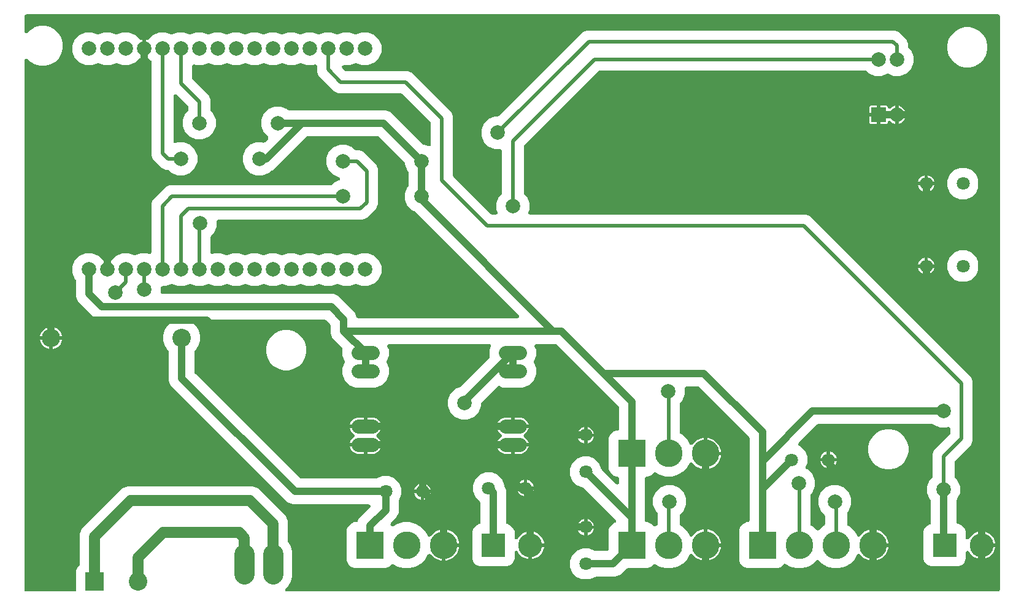
<source format=gbr>
G04 EAGLE Gerber RS-274X export*
G75*
%MOMM*%
%FSLAX34Y34*%
%LPD*%
%INBottom Copper*%
%IPPOS*%
%AMOC8*
5,1,8,0,0,1.08239X$1,22.5*%
G01*
G04 Define Apertures*
%ADD10C,2.800000*%
%ADD11R,3.302000X3.302000*%
%ADD12C,3.302000*%
%ADD13R,3.810000X3.810000*%
%ADD14C,3.810000*%
%ADD15C,1.800000*%
%ADD16R,2.540000X2.540000*%
%ADD17C,2.540000*%
%ADD18C,2.000000*%
%ADD19R,2.000000X2.000000*%
%ADD20C,1.930400*%
%ADD21C,1.016000*%
%ADD22C,0.508000*%
%ADD23C,1.500000*%
G36*
X82751Y12901D02*
X81760Y12700D01*
X15240Y12700D01*
X14324Y12871D01*
X13473Y13416D01*
X12901Y14249D01*
X12700Y15240D01*
X12700Y745994D01*
X12856Y746872D01*
X13388Y747732D01*
X14212Y748317D01*
X15200Y748534D01*
X16193Y748349D01*
X17036Y747790D01*
X20992Y743834D01*
X27308Y740188D01*
X34353Y738300D01*
X41647Y738300D01*
X48692Y740188D01*
X55008Y743834D01*
X60166Y748992D01*
X63812Y755308D01*
X65700Y762353D01*
X65700Y769647D01*
X63812Y776692D01*
X60166Y783008D01*
X55008Y788166D01*
X48692Y791812D01*
X41647Y793700D01*
X34353Y793700D01*
X27308Y791812D01*
X20992Y788166D01*
X17036Y784210D01*
X16305Y783700D01*
X15321Y783467D01*
X14324Y783637D01*
X13473Y784181D01*
X12901Y785015D01*
X12700Y786006D01*
X12700Y806960D01*
X12871Y807876D01*
X13416Y808727D01*
X14249Y809299D01*
X15240Y809500D01*
X1356160Y809500D01*
X1357076Y809329D01*
X1357927Y808784D01*
X1358499Y807951D01*
X1358700Y806960D01*
X1358700Y15240D01*
X1358529Y14324D01*
X1357984Y13473D01*
X1357151Y12901D01*
X1356160Y12700D01*
X375392Y12700D01*
X374514Y12856D01*
X373654Y13388D01*
X373069Y14212D01*
X372852Y15200D01*
X373037Y16193D01*
X373596Y17036D01*
X376965Y20406D01*
X380480Y26494D01*
X382300Y33285D01*
X382300Y68315D01*
X380480Y75106D01*
X376965Y81194D01*
X376544Y81616D01*
X376001Y82421D01*
X375800Y83412D01*
X375800Y110418D01*
X372725Y117842D01*
X335442Y155125D01*
X328018Y158200D01*
X154982Y158200D01*
X147558Y155125D01*
X92575Y100142D01*
X89500Y92718D01*
X89500Y51113D01*
X89314Y50159D01*
X88756Y49317D01*
X86233Y46794D01*
X84300Y42126D01*
X84300Y15240D01*
X84129Y14324D01*
X83584Y13473D01*
X82751Y12901D01*
G37*
%LPC*%
G36*
X1310353Y736300D02*
X1317647Y736300D01*
X1324692Y738188D01*
X1331008Y741834D01*
X1336166Y746992D01*
X1339812Y753308D01*
X1341700Y760353D01*
X1341700Y767647D01*
X1339812Y774692D01*
X1336166Y781008D01*
X1331008Y786166D01*
X1324692Y789812D01*
X1317647Y791700D01*
X1310353Y791700D01*
X1303308Y789812D01*
X1296992Y786166D01*
X1291834Y781008D01*
X1288188Y774692D01*
X1286300Y767647D01*
X1286300Y760353D01*
X1288188Y753308D01*
X1291834Y746992D01*
X1296992Y741834D01*
X1303308Y738188D01*
X1310353Y736300D01*
G37*
G36*
X783084Y29100D02*
X791716Y29100D01*
X799852Y32470D01*
X800370Y32819D01*
X801361Y33020D01*
X828471Y33020D01*
X835005Y35727D01*
X843551Y44272D01*
X844356Y44815D01*
X845347Y45016D01*
X872476Y45016D01*
X877144Y46950D01*
X880414Y50220D01*
X881514Y50866D01*
X882522Y50945D01*
X883480Y50624D01*
X889445Y47180D01*
X897520Y45016D01*
X905880Y45016D01*
X913955Y47180D01*
X921195Y51360D01*
X927106Y57271D01*
X930706Y63506D01*
X931053Y63974D01*
X931878Y64558D01*
X932865Y64775D01*
X933859Y64590D01*
X934702Y64032D01*
X940270Y58463D01*
X948205Y55176D01*
X950000Y55176D01*
X950000Y98356D01*
X948205Y98356D01*
X940270Y95069D01*
X934702Y89501D01*
X934245Y89139D01*
X933297Y88787D01*
X932287Y88833D01*
X931375Y89269D01*
X930706Y90027D01*
X927106Y96261D01*
X921195Y102172D01*
X918210Y103896D01*
X917713Y104271D01*
X917141Y105105D01*
X916940Y106096D01*
X916940Y117785D01*
X917126Y118739D01*
X917684Y119581D01*
X922244Y124142D01*
X925700Y132485D01*
X925700Y141515D01*
X922244Y149859D01*
X915859Y156244D01*
X907515Y159700D01*
X898485Y159700D01*
X890142Y156244D01*
X883756Y149859D01*
X880300Y141515D01*
X880300Y132485D01*
X883756Y124142D01*
X885716Y122181D01*
X886259Y121376D01*
X886460Y120385D01*
X886460Y106096D01*
X886384Y105477D01*
X885947Y104565D01*
X885190Y103896D01*
X883480Y102909D01*
X882251Y102569D01*
X881257Y102754D01*
X880414Y103312D01*
X877144Y106583D01*
X872476Y108516D01*
X871220Y108516D01*
X870304Y108687D01*
X869453Y109232D01*
X868881Y110065D01*
X868680Y111056D01*
X868680Y168910D01*
X868851Y169826D01*
X869396Y170677D01*
X870229Y171249D01*
X871220Y171450D01*
X872476Y171450D01*
X877144Y173383D01*
X880414Y176654D01*
X881514Y177300D01*
X882522Y177379D01*
X883480Y177057D01*
X889445Y173614D01*
X897520Y171450D01*
X905880Y171450D01*
X913955Y173614D01*
X921195Y177794D01*
X927106Y183705D01*
X930706Y189940D01*
X931053Y190407D01*
X931878Y190992D01*
X932865Y191209D01*
X933859Y191024D01*
X934702Y190466D01*
X940270Y184897D01*
X948205Y181610D01*
X950000Y181610D01*
X950000Y224790D01*
X948205Y224790D01*
X940270Y221503D01*
X934702Y215934D01*
X934245Y215572D01*
X933297Y215221D01*
X932287Y215267D01*
X931375Y215703D01*
X930706Y216461D01*
X927106Y222695D01*
X921195Y228606D01*
X918210Y230330D01*
X917713Y230705D01*
X917141Y231539D01*
X916940Y232529D01*
X916940Y271785D01*
X917126Y272739D01*
X917684Y273581D01*
X920244Y276142D01*
X923700Y284485D01*
X923700Y293180D01*
X923871Y294096D01*
X924416Y294947D01*
X925249Y295519D01*
X926240Y295720D01*
X942083Y295720D01*
X943036Y295534D01*
X943879Y294976D01*
X1012576Y226279D01*
X1013119Y225474D01*
X1013320Y224483D01*
X1013320Y111056D01*
X1013149Y110141D01*
X1012604Y109289D01*
X1011771Y108717D01*
X1010780Y108516D01*
X1009524Y108516D01*
X1004856Y106583D01*
X1001283Y103010D01*
X999350Y98342D01*
X999350Y55190D01*
X1001283Y50522D01*
X1004856Y46950D01*
X1009524Y45016D01*
X1052676Y45016D01*
X1057344Y46950D01*
X1060614Y50220D01*
X1061714Y50866D01*
X1062722Y50945D01*
X1063680Y50624D01*
X1069645Y47180D01*
X1077720Y45016D01*
X1086080Y45016D01*
X1094155Y47180D01*
X1101395Y51360D01*
X1105504Y55469D01*
X1106272Y55995D01*
X1107260Y56212D01*
X1108253Y56027D01*
X1109096Y55469D01*
X1113205Y51360D01*
X1120445Y47180D01*
X1128520Y45016D01*
X1136880Y45016D01*
X1144955Y47180D01*
X1152195Y51360D01*
X1158106Y57271D01*
X1161706Y63506D01*
X1162053Y63974D01*
X1162878Y64558D01*
X1163865Y64775D01*
X1164859Y64590D01*
X1165702Y64032D01*
X1171270Y58463D01*
X1179205Y55176D01*
X1181000Y55176D01*
X1181000Y98356D01*
X1179205Y98356D01*
X1171270Y95069D01*
X1165702Y89501D01*
X1165245Y89139D01*
X1164297Y88787D01*
X1163287Y88833D01*
X1162375Y89269D01*
X1161706Y90027D01*
X1158106Y96261D01*
X1152195Y102172D01*
X1149210Y103896D01*
X1148713Y104271D01*
X1148141Y105105D01*
X1147940Y106096D01*
X1147940Y120785D01*
X1148126Y121739D01*
X1148684Y122581D01*
X1150244Y124142D01*
X1153700Y132485D01*
X1153700Y141515D01*
X1150244Y149859D01*
X1143859Y156244D01*
X1135515Y159700D01*
X1126485Y159700D01*
X1118142Y156244D01*
X1111756Y149859D01*
X1108300Y141515D01*
X1108300Y132485D01*
X1111756Y124142D01*
X1116716Y119181D01*
X1117259Y118376D01*
X1117460Y117385D01*
X1117460Y106096D01*
X1117384Y105477D01*
X1116947Y104565D01*
X1116190Y103896D01*
X1113205Y102172D01*
X1109096Y98063D01*
X1108328Y97537D01*
X1107341Y97320D01*
X1106347Y97505D01*
X1105504Y98063D01*
X1101395Y102172D01*
X1098410Y103896D01*
X1097913Y104271D01*
X1097341Y105105D01*
X1097140Y106096D01*
X1097140Y144985D01*
X1097326Y145939D01*
X1097884Y146781D01*
X1100244Y149142D01*
X1103700Y157485D01*
X1103700Y166515D01*
X1100244Y174859D01*
X1093858Y181244D01*
X1092326Y181879D01*
X1091546Y182387D01*
X1090968Y183216D01*
X1090759Y184205D01*
X1090952Y185197D01*
X1093100Y190384D01*
X1093100Y199016D01*
X1089796Y206992D01*
X1083692Y213096D01*
X1082006Y213795D01*
X1081240Y214289D01*
X1080655Y215114D01*
X1080438Y216101D01*
X1080624Y217095D01*
X1081182Y217937D01*
X1106321Y243076D01*
X1107126Y243619D01*
X1108117Y243820D01*
X1265625Y243820D01*
X1266579Y243634D01*
X1267421Y243076D01*
X1268142Y242356D01*
X1276485Y238900D01*
X1285515Y238900D01*
X1287248Y239618D01*
X1288139Y239810D01*
X1289136Y239640D01*
X1289987Y239095D01*
X1290559Y238262D01*
X1290760Y237271D01*
X1290760Y231365D01*
X1290574Y230411D01*
X1290016Y229569D01*
X1268080Y207633D01*
X1265760Y202031D01*
X1265760Y171315D01*
X1265574Y170361D01*
X1265016Y169519D01*
X1261756Y166259D01*
X1258300Y157915D01*
X1258300Y148885D01*
X1261756Y140542D01*
X1262476Y139821D01*
X1263019Y139016D01*
X1263220Y138025D01*
X1263220Y107531D01*
X1263042Y106596D01*
X1262490Y105749D01*
X1261652Y105184D01*
X1258896Y104043D01*
X1255323Y100470D01*
X1253390Y95802D01*
X1253390Y57730D01*
X1255323Y53062D01*
X1258896Y49490D01*
X1263564Y47556D01*
X1301636Y47556D01*
X1306304Y49490D01*
X1309877Y53062D01*
X1311810Y57730D01*
X1311810Y66340D01*
X1311960Y67198D01*
X1312484Y68063D01*
X1313304Y68654D01*
X1314289Y68879D01*
X1315285Y68701D01*
X1316132Y68150D01*
X1316697Y67312D01*
X1317250Y65975D01*
X1322609Y60616D01*
X1329611Y57716D01*
X1330900Y57716D01*
X1330900Y95816D01*
X1329611Y95816D01*
X1322609Y92916D01*
X1317250Y87557D01*
X1316697Y86221D01*
X1316230Y85485D01*
X1315415Y84887D01*
X1314431Y84654D01*
X1313434Y84824D01*
X1312583Y85368D01*
X1312011Y86202D01*
X1311810Y87193D01*
X1311810Y95802D01*
X1309877Y100470D01*
X1306304Y104043D01*
X1301636Y105976D01*
X1301320Y105976D01*
X1300404Y106147D01*
X1299553Y106692D01*
X1298981Y107525D01*
X1298780Y108516D01*
X1298780Y138025D01*
X1298966Y138979D01*
X1299524Y139821D01*
X1300244Y140542D01*
X1303700Y148885D01*
X1303700Y157915D01*
X1300244Y166259D01*
X1296984Y169519D01*
X1296441Y170324D01*
X1296240Y171315D01*
X1296240Y191635D01*
X1296426Y192589D01*
X1296984Y193431D01*
X1318920Y215367D01*
X1321240Y220969D01*
X1321240Y303031D01*
X1318920Y308633D01*
X1096633Y530920D01*
X1091031Y533240D01*
X710704Y533240D01*
X709807Y533404D01*
X708951Y533942D01*
X708373Y534771D01*
X708164Y535760D01*
X708357Y536752D01*
X709666Y539910D01*
X709666Y548941D01*
X706210Y557284D01*
X702950Y560544D01*
X702407Y561350D01*
X702206Y562340D01*
X702206Y627601D01*
X702391Y628554D01*
X702950Y629397D01*
X804669Y731116D01*
X805474Y731659D01*
X806465Y731860D01*
X1173385Y731860D01*
X1174339Y731674D01*
X1175181Y731116D01*
X1178442Y727856D01*
X1186785Y724400D01*
X1195815Y724400D01*
X1203028Y727388D01*
X1203980Y727581D01*
X1204972Y727388D01*
X1212185Y724400D01*
X1221215Y724400D01*
X1229559Y727856D01*
X1235944Y734242D01*
X1239400Y742585D01*
X1239400Y751615D01*
X1235944Y759959D01*
X1232684Y763219D01*
X1232141Y764024D01*
X1231940Y765015D01*
X1231940Y769331D01*
X1229620Y774933D01*
X1219633Y784920D01*
X1214031Y787240D01*
X788969Y787240D01*
X783367Y784920D01*
X667891Y669444D01*
X667086Y668901D01*
X666095Y668700D01*
X661485Y668700D01*
X653142Y665244D01*
X646756Y658859D01*
X643300Y650515D01*
X643300Y641485D01*
X646756Y633142D01*
X653142Y626756D01*
X661485Y623300D01*
X669186Y623300D01*
X670101Y623129D01*
X670953Y622584D01*
X671524Y621751D01*
X671726Y620760D01*
X671726Y562340D01*
X671540Y561387D01*
X670982Y560544D01*
X667722Y557284D01*
X664266Y548941D01*
X664266Y539910D01*
X665574Y536752D01*
X665766Y535861D01*
X665596Y534864D01*
X665052Y534013D01*
X664218Y533441D01*
X663227Y533240D01*
X658365Y533240D01*
X657411Y533426D01*
X656569Y533984D01*
X604984Y585569D01*
X604441Y586374D01*
X604240Y587365D01*
X604240Y669023D01*
X601920Y674624D01*
X547624Y728920D01*
X542023Y731240D01*
X456365Y731240D01*
X455411Y731426D01*
X454569Y731984D01*
X451589Y734964D01*
X451079Y735695D01*
X450846Y736679D01*
X451016Y737676D01*
X451560Y738527D01*
X452394Y739099D01*
X453385Y739300D01*
X461715Y739300D01*
X468928Y742288D01*
X469880Y742481D01*
X470872Y742288D01*
X478085Y739300D01*
X487115Y739300D01*
X495459Y742756D01*
X501844Y749142D01*
X505300Y757485D01*
X505300Y766515D01*
X501844Y774859D01*
X495459Y781244D01*
X487115Y784700D01*
X478085Y784700D01*
X470872Y781712D01*
X469920Y781519D01*
X468928Y781712D01*
X461715Y784700D01*
X452685Y784700D01*
X445472Y781712D01*
X444520Y781519D01*
X443528Y781712D01*
X436315Y784700D01*
X427285Y784700D01*
X420072Y781712D01*
X419120Y781519D01*
X418128Y781712D01*
X410915Y784700D01*
X401885Y784700D01*
X394672Y781712D01*
X393720Y781519D01*
X392728Y781712D01*
X385515Y784700D01*
X376485Y784700D01*
X369272Y781712D01*
X368320Y781519D01*
X367328Y781712D01*
X360115Y784700D01*
X351085Y784700D01*
X343872Y781712D01*
X342920Y781519D01*
X341928Y781712D01*
X334715Y784700D01*
X325685Y784700D01*
X318472Y781712D01*
X317520Y781519D01*
X316528Y781712D01*
X309315Y784700D01*
X300285Y784700D01*
X293072Y781712D01*
X292120Y781519D01*
X291128Y781712D01*
X283915Y784700D01*
X274885Y784700D01*
X267672Y781712D01*
X266720Y781519D01*
X265728Y781712D01*
X258515Y784700D01*
X249485Y784700D01*
X242272Y781712D01*
X241320Y781519D01*
X240328Y781712D01*
X233115Y784700D01*
X224085Y784700D01*
X216872Y781712D01*
X215920Y781519D01*
X214928Y781712D01*
X207715Y784700D01*
X198685Y784700D01*
X190342Y781244D01*
X183858Y774761D01*
X183072Y774226D01*
X182083Y774017D01*
X181090Y774210D01*
X180300Y774538D01*
X180300Y749462D01*
X181090Y749790D01*
X182022Y749983D01*
X183016Y749797D01*
X183858Y749239D01*
X187216Y745881D01*
X187759Y745076D01*
X187960Y744085D01*
X187960Y614769D01*
X190280Y609167D01*
X202367Y597080D01*
X207969Y594760D01*
X210685Y594760D01*
X211639Y594574D01*
X212481Y594016D01*
X215742Y590756D01*
X224085Y587300D01*
X233115Y587300D01*
X241459Y590756D01*
X247844Y597142D01*
X251300Y605485D01*
X251300Y614515D01*
X247844Y622859D01*
X241459Y629244D01*
X233115Y632700D01*
X224085Y632700D01*
X221952Y631817D01*
X221061Y631625D01*
X220064Y631794D01*
X219213Y632339D01*
X218641Y633173D01*
X218440Y634163D01*
X218440Y696875D01*
X218596Y697753D01*
X219128Y698613D01*
X219952Y699198D01*
X220940Y699415D01*
X221933Y699230D01*
X222776Y698671D01*
X238016Y683431D01*
X238559Y682626D01*
X238760Y681635D01*
X238760Y677415D01*
X238574Y676461D01*
X238016Y675619D01*
X234756Y672359D01*
X231300Y664015D01*
X231300Y654985D01*
X234756Y646642D01*
X241142Y640256D01*
X249485Y636800D01*
X258515Y636800D01*
X266859Y640256D01*
X273244Y646642D01*
X276700Y654985D01*
X276700Y664015D01*
X273244Y672359D01*
X269984Y675619D01*
X269441Y676424D01*
X269240Y677415D01*
X269240Y692031D01*
X266920Y697633D01*
X244584Y719969D01*
X244041Y720774D01*
X243840Y721765D01*
X243840Y737837D01*
X244004Y738733D01*
X244542Y739589D01*
X245371Y740168D01*
X246360Y740377D01*
X247352Y740183D01*
X249485Y739300D01*
X258515Y739300D01*
X265728Y742288D01*
X266680Y742481D01*
X267672Y742288D01*
X274885Y739300D01*
X283915Y739300D01*
X291128Y742288D01*
X292080Y742481D01*
X293072Y742288D01*
X300285Y739300D01*
X309315Y739300D01*
X316528Y742288D01*
X317480Y742481D01*
X318472Y742288D01*
X325685Y739300D01*
X334715Y739300D01*
X341928Y742288D01*
X342880Y742481D01*
X343872Y742288D01*
X351085Y739300D01*
X360115Y739300D01*
X367328Y742288D01*
X368280Y742481D01*
X369272Y742288D01*
X376485Y739300D01*
X385515Y739300D01*
X392728Y742288D01*
X393680Y742481D01*
X394672Y742288D01*
X401885Y739300D01*
X410915Y739300D01*
X413048Y740183D01*
X413939Y740375D01*
X414936Y740206D01*
X415787Y739661D01*
X416359Y738827D01*
X416560Y737837D01*
X416560Y730169D01*
X418880Y724567D01*
X440367Y703080D01*
X445969Y700760D01*
X531626Y700760D01*
X532580Y700574D01*
X533422Y700016D01*
X573016Y660422D01*
X573559Y659617D01*
X573760Y658626D01*
X573760Y629921D01*
X573596Y629024D01*
X573058Y628168D01*
X572229Y627590D01*
X571240Y627381D01*
X570248Y627574D01*
X565115Y629700D01*
X564097Y629700D01*
X563144Y629886D01*
X562301Y630444D01*
X518172Y674573D01*
X511637Y677280D01*
X377575Y677280D01*
X376621Y677466D01*
X375779Y678024D01*
X375059Y678744D01*
X366715Y682200D01*
X357685Y682200D01*
X349342Y678744D01*
X342956Y672359D01*
X339500Y664015D01*
X339500Y654985D01*
X342956Y646642D01*
X348680Y640917D01*
X349207Y640149D01*
X349424Y639162D01*
X349239Y638168D01*
X348680Y637325D01*
X344453Y633098D01*
X343666Y632563D01*
X342677Y632354D01*
X341685Y632547D01*
X341315Y632700D01*
X332285Y632700D01*
X323942Y629244D01*
X317556Y622859D01*
X314100Y614515D01*
X314100Y605485D01*
X317556Y597142D01*
X323942Y590756D01*
X332285Y587300D01*
X341315Y587300D01*
X349659Y590756D01*
X351533Y592631D01*
X352357Y593181D01*
X356572Y594927D01*
X402621Y640976D01*
X403426Y641519D01*
X404417Y641720D01*
X499683Y641720D01*
X500636Y641534D01*
X501479Y640976D01*
X537156Y605299D01*
X537699Y604494D01*
X537900Y603503D01*
X537900Y602485D01*
X541356Y594142D01*
X542076Y593421D01*
X542619Y592616D01*
X542820Y591625D01*
X542820Y573375D01*
X542634Y572421D01*
X542076Y571579D01*
X541356Y570859D01*
X537900Y562515D01*
X537900Y553485D01*
X541356Y545142D01*
X547742Y538756D01*
X552008Y536989D01*
X552832Y536438D01*
X694739Y394531D01*
X695249Y393799D01*
X695482Y392816D01*
X695312Y391819D01*
X694768Y390967D01*
X693934Y390396D01*
X692943Y390195D01*
X473587Y390195D01*
X472652Y390373D01*
X471805Y390924D01*
X471240Y391763D01*
X468488Y398407D01*
X446142Y420753D01*
X439607Y423460D01*
X203240Y423460D01*
X202324Y423631D01*
X201473Y424176D01*
X200901Y425009D01*
X200700Y426000D01*
X200700Y431960D01*
X200871Y432876D01*
X201416Y433727D01*
X202249Y434299D01*
X203240Y434500D01*
X207715Y434500D01*
X214928Y437488D01*
X215880Y437681D01*
X216872Y437488D01*
X224085Y434500D01*
X233115Y434500D01*
X240328Y437488D01*
X241280Y437681D01*
X242272Y437488D01*
X249485Y434500D01*
X258515Y434500D01*
X265728Y437488D01*
X266680Y437681D01*
X267672Y437488D01*
X274885Y434500D01*
X283915Y434500D01*
X291128Y437488D01*
X292080Y437681D01*
X293072Y437488D01*
X300285Y434500D01*
X309315Y434500D01*
X316528Y437488D01*
X317480Y437681D01*
X318472Y437488D01*
X325685Y434500D01*
X334715Y434500D01*
X341928Y437488D01*
X342880Y437681D01*
X343872Y437488D01*
X351085Y434500D01*
X360115Y434500D01*
X367328Y437488D01*
X368280Y437681D01*
X369272Y437488D01*
X376485Y434500D01*
X385515Y434500D01*
X392728Y437488D01*
X393680Y437681D01*
X394672Y437488D01*
X401885Y434500D01*
X410915Y434500D01*
X418128Y437488D01*
X419080Y437681D01*
X420072Y437488D01*
X427285Y434500D01*
X436315Y434500D01*
X443528Y437488D01*
X444480Y437681D01*
X445472Y437488D01*
X452685Y434500D01*
X461715Y434500D01*
X468928Y437488D01*
X469880Y437681D01*
X470872Y437488D01*
X478085Y434500D01*
X487115Y434500D01*
X495459Y437956D01*
X501844Y444342D01*
X505300Y452685D01*
X505300Y461715D01*
X501844Y470059D01*
X495459Y476444D01*
X487115Y479900D01*
X478085Y479900D01*
X470872Y476912D01*
X469920Y476719D01*
X468928Y476912D01*
X461715Y479900D01*
X452685Y479900D01*
X445472Y476912D01*
X444520Y476719D01*
X443528Y476912D01*
X436315Y479900D01*
X427285Y479900D01*
X420072Y476912D01*
X419120Y476719D01*
X418128Y476912D01*
X410915Y479900D01*
X401885Y479900D01*
X394672Y476912D01*
X393720Y476719D01*
X392728Y476912D01*
X385515Y479900D01*
X376485Y479900D01*
X369272Y476912D01*
X368320Y476719D01*
X367328Y476912D01*
X360115Y479900D01*
X351085Y479900D01*
X343872Y476912D01*
X342920Y476719D01*
X341928Y476912D01*
X334715Y479900D01*
X325685Y479900D01*
X318472Y476912D01*
X317520Y476719D01*
X316528Y476912D01*
X309315Y479900D01*
X300285Y479900D01*
X293072Y476912D01*
X292120Y476719D01*
X291128Y476912D01*
X283915Y479900D01*
X274885Y479900D01*
X272752Y479017D01*
X271861Y478825D01*
X270864Y478994D01*
X270013Y479539D01*
X269441Y480373D01*
X269240Y481363D01*
X269240Y501810D01*
X269426Y502763D01*
X269984Y503606D01*
X274440Y508062D01*
X277896Y516405D01*
X277896Y523680D01*
X278066Y524596D01*
X278611Y525447D01*
X279445Y526019D01*
X280436Y526220D01*
X479491Y526220D01*
X485093Y528540D01*
X497920Y541367D01*
X500240Y546969D01*
X500240Y596431D01*
X497920Y602033D01*
X480033Y619920D01*
X474431Y622240D01*
X470315Y622240D01*
X469361Y622426D01*
X468519Y622984D01*
X465259Y626244D01*
X456915Y629700D01*
X447885Y629700D01*
X439542Y626244D01*
X433156Y619859D01*
X429700Y611515D01*
X429700Y602485D01*
X433156Y594142D01*
X439542Y587756D01*
X446565Y584847D01*
X447316Y584366D01*
X447907Y583546D01*
X448132Y582561D01*
X447955Y581566D01*
X447403Y580718D01*
X446565Y580153D01*
X439542Y577244D01*
X436281Y573984D01*
X435476Y573441D01*
X434485Y573240D01*
X212969Y573240D01*
X207367Y570920D01*
X190080Y553633D01*
X187760Y548031D01*
X187760Y481446D01*
X187596Y480549D01*
X187058Y479694D01*
X186229Y479115D01*
X185240Y478906D01*
X184248Y479099D01*
X182315Y479900D01*
X173285Y479900D01*
X166072Y476912D01*
X165120Y476719D01*
X164128Y476912D01*
X156915Y479900D01*
X147885Y479900D01*
X139542Y476444D01*
X133058Y469961D01*
X132272Y469426D01*
X131283Y469217D01*
X130290Y469410D01*
X129500Y469738D01*
X129500Y454700D01*
X124500Y454700D01*
X124500Y469738D01*
X123710Y469410D01*
X122778Y469217D01*
X121784Y469403D01*
X120942Y469961D01*
X114459Y476444D01*
X106115Y479900D01*
X97085Y479900D01*
X88742Y476444D01*
X82356Y470059D01*
X78900Y461715D01*
X78900Y452685D01*
X82356Y444342D01*
X83076Y443621D01*
X83619Y442816D01*
X83820Y441825D01*
X83820Y419880D01*
X86527Y413345D01*
X109265Y390607D01*
X115800Y387900D01*
X212722Y387900D01*
X213261Y387842D01*
X214187Y387435D01*
X214880Y386699D01*
X215232Y385752D01*
X215185Y384742D01*
X214749Y383830D01*
X214337Y383465D01*
X214341Y383462D01*
X209375Y378496D01*
X206031Y372704D01*
X204300Y366244D01*
X204300Y359556D01*
X206031Y353096D01*
X209375Y347304D01*
X211176Y345503D01*
X211719Y344698D01*
X211920Y343707D01*
X211920Y303763D01*
X214627Y297228D01*
X376128Y135727D01*
X382663Y133020D01*
X487743Y133020D01*
X488621Y132864D01*
X489481Y132332D01*
X490066Y131508D01*
X490283Y130521D01*
X490098Y129527D01*
X489539Y128684D01*
X474486Y113630D01*
X473017Y110084D01*
X472494Y109289D01*
X471661Y108717D01*
X470670Y108516D01*
X467983Y108516D01*
X463315Y106583D01*
X459742Y103010D01*
X457809Y98342D01*
X457809Y55190D01*
X459742Y50522D01*
X463315Y46950D01*
X467983Y45016D01*
X511135Y45016D01*
X515803Y46950D01*
X519073Y50220D01*
X520173Y50866D01*
X521180Y50945D01*
X522139Y50624D01*
X528104Y47180D01*
X536179Y45016D01*
X544539Y45016D01*
X552614Y47180D01*
X559854Y51360D01*
X565765Y57271D01*
X569364Y63506D01*
X569712Y63974D01*
X570536Y64558D01*
X571524Y64775D01*
X572517Y64590D01*
X573360Y64032D01*
X578929Y58463D01*
X586864Y55176D01*
X588659Y55176D01*
X588659Y98356D01*
X586864Y98356D01*
X578929Y95069D01*
X573360Y89501D01*
X572904Y89139D01*
X571956Y88787D01*
X570946Y88833D01*
X570034Y89269D01*
X569364Y90027D01*
X565765Y96261D01*
X559854Y102172D01*
X552614Y106352D01*
X544539Y108516D01*
X536179Y108516D01*
X528104Y106352D01*
X522139Y102909D01*
X520910Y102569D01*
X519916Y102754D01*
X519073Y103312D01*
X518561Y103824D01*
X518034Y104592D01*
X517817Y105580D01*
X518003Y106574D01*
X518561Y107416D01*
X526273Y115128D01*
X528980Y121663D01*
X528980Y136839D01*
X529166Y137793D01*
X529525Y138335D01*
X532900Y146484D01*
X532900Y155116D01*
X529596Y163092D01*
X523492Y169196D01*
X515516Y172500D01*
X506884Y172500D01*
X498748Y169130D01*
X498230Y168781D01*
X497239Y168580D01*
X394617Y168580D01*
X393664Y168766D01*
X392821Y169324D01*
X248224Y313921D01*
X247681Y314726D01*
X247480Y315717D01*
X247480Y343707D01*
X247666Y344660D01*
X248224Y345503D01*
X250025Y347304D01*
X253369Y353096D01*
X255100Y359556D01*
X255100Y366244D01*
X253369Y372704D01*
X250025Y378496D01*
X245232Y383289D01*
X244970Y383480D01*
X244372Y384295D01*
X244139Y385279D01*
X244309Y386276D01*
X244854Y387127D01*
X245687Y387699D01*
X246678Y387900D01*
X427654Y387900D01*
X428607Y387714D01*
X429450Y387156D01*
X434891Y381715D01*
X435433Y380910D01*
X435635Y379919D01*
X435635Y368878D01*
X438341Y362343D01*
X451007Y349678D01*
X451542Y348891D01*
X451751Y347902D01*
X451557Y346910D01*
X451500Y346771D01*
X451500Y337879D01*
X454516Y330597D01*
X454710Y329645D01*
X454516Y328653D01*
X451500Y321371D01*
X451500Y312479D01*
X454903Y304264D01*
X461191Y297976D01*
X469406Y294573D01*
X497602Y294573D01*
X505817Y297976D01*
X512105Y304264D01*
X515508Y312479D01*
X515508Y321371D01*
X512492Y328653D01*
X512298Y329605D01*
X512492Y330597D01*
X515508Y337879D01*
X515508Y346771D01*
X513706Y351123D01*
X513514Y352014D01*
X513683Y353010D01*
X514228Y353862D01*
X515062Y354433D01*
X516052Y354635D01*
X654156Y354635D01*
X655052Y354471D01*
X655908Y353933D01*
X656487Y353104D01*
X656696Y352115D01*
X656502Y351123D01*
X654700Y346771D01*
X654700Y337879D01*
X654757Y337741D01*
X654950Y336809D01*
X654765Y335815D01*
X654207Y334973D01*
X614902Y295668D01*
X614078Y295117D01*
X607142Y292244D01*
X600756Y285859D01*
X597300Y277515D01*
X597300Y268485D01*
X600756Y260142D01*
X607142Y253756D01*
X615485Y250300D01*
X624515Y250300D01*
X632859Y253756D01*
X639244Y260142D01*
X642700Y268485D01*
X642700Y272124D01*
X642886Y273078D01*
X643444Y273920D01*
X665389Y295865D01*
X666176Y296400D01*
X667165Y296609D01*
X668157Y296416D01*
X672606Y294573D01*
X700802Y294573D01*
X709017Y297976D01*
X715305Y304264D01*
X718708Y312479D01*
X718708Y321371D01*
X715692Y328653D01*
X715498Y329605D01*
X715692Y330597D01*
X718708Y337879D01*
X718708Y346771D01*
X716906Y351123D01*
X716714Y352014D01*
X716883Y353010D01*
X717428Y353862D01*
X718262Y354433D01*
X719252Y354635D01*
X745169Y354635D01*
X746122Y354449D01*
X746965Y353891D01*
X832376Y268479D01*
X832919Y267674D01*
X833120Y266683D01*
X833120Y237490D01*
X832949Y236574D01*
X832404Y235723D01*
X831571Y235151D01*
X830580Y234950D01*
X829324Y234950D01*
X824656Y233017D01*
X821083Y229444D01*
X819150Y224776D01*
X819150Y181624D01*
X821083Y176956D01*
X824656Y173383D01*
X829324Y171450D01*
X830580Y171450D01*
X831496Y171279D01*
X832347Y170734D01*
X832919Y169901D01*
X833120Y168910D01*
X833120Y163357D01*
X832964Y162479D01*
X832432Y161619D01*
X831608Y161034D01*
X830621Y160817D01*
X829627Y161003D01*
X828784Y161561D01*
X809844Y180501D01*
X809301Y181306D01*
X809172Y181943D01*
X805796Y190092D01*
X799692Y196196D01*
X791716Y199500D01*
X783084Y199500D01*
X775108Y196196D01*
X769004Y190092D01*
X765700Y182116D01*
X765700Y173484D01*
X769004Y165508D01*
X775108Y159404D01*
X783244Y156034D01*
X783856Y155914D01*
X784699Y155356D01*
X828202Y111853D01*
X828721Y111103D01*
X828946Y110118D01*
X828768Y109122D01*
X828217Y108275D01*
X827378Y107710D01*
X824656Y106583D01*
X821083Y103010D01*
X819150Y98342D01*
X819150Y71213D01*
X818964Y70260D01*
X818406Y69417D01*
X818313Y69324D01*
X817508Y68781D01*
X816517Y68580D01*
X801361Y68580D01*
X800407Y68766D01*
X799866Y69125D01*
X791716Y72500D01*
X783084Y72500D01*
X775108Y69196D01*
X769004Y63092D01*
X765700Y55116D01*
X765700Y46484D01*
X769004Y38508D01*
X775108Y32404D01*
X783084Y29100D01*
G37*
G36*
X97085Y739300D02*
X106115Y739300D01*
X113328Y742288D01*
X114280Y742481D01*
X115272Y742288D01*
X122485Y739300D01*
X131515Y739300D01*
X138728Y742288D01*
X139680Y742481D01*
X140672Y742288D01*
X147885Y739300D01*
X156915Y739300D01*
X165259Y742756D01*
X171742Y749239D01*
X172528Y749774D01*
X173518Y749983D01*
X174510Y749790D01*
X175300Y749462D01*
X175300Y774538D01*
X174510Y774210D01*
X173578Y774017D01*
X172584Y774203D01*
X171742Y774761D01*
X165259Y781244D01*
X156915Y784700D01*
X147885Y784700D01*
X140672Y781712D01*
X139720Y781519D01*
X138728Y781712D01*
X131515Y784700D01*
X122485Y784700D01*
X115272Y781712D01*
X114320Y781519D01*
X113328Y781712D01*
X106115Y784700D01*
X97085Y784700D01*
X88742Y781244D01*
X82356Y774859D01*
X78900Y766515D01*
X78900Y757485D01*
X82356Y749142D01*
X88742Y742756D01*
X97085Y739300D01*
G37*
G36*
X1193800Y658360D02*
X1202352Y658360D01*
X1203840Y659848D01*
X1203840Y659894D01*
X1203996Y660771D01*
X1204528Y661632D01*
X1205352Y662216D01*
X1206340Y662433D01*
X1207333Y662248D01*
X1208176Y661690D01*
X1209597Y660269D01*
X1214200Y658362D01*
X1214200Y683438D01*
X1209597Y681531D01*
X1208176Y680110D01*
X1207445Y679600D01*
X1206461Y679368D01*
X1205464Y679537D01*
X1204613Y680082D01*
X1204041Y680916D01*
X1203840Y681906D01*
X1203840Y681952D01*
X1202352Y683440D01*
X1193800Y683440D01*
X1193800Y658360D01*
G37*
G36*
X1178760Y673400D02*
X1188800Y673400D01*
X1188800Y683440D01*
X1180248Y683440D01*
X1178760Y681952D01*
X1178760Y673400D01*
G37*
G36*
X1219200Y673400D02*
X1229238Y673400D01*
X1227331Y678003D01*
X1223803Y681531D01*
X1219200Y683438D01*
X1219200Y673400D01*
G37*
G36*
X1219200Y668400D02*
X1219200Y658362D01*
X1223803Y660269D01*
X1227331Y663797D01*
X1229238Y668400D01*
X1219200Y668400D01*
G37*
G36*
X1180248Y658360D02*
X1188800Y658360D01*
X1188800Y668400D01*
X1178760Y668400D01*
X1178760Y659848D01*
X1180248Y658360D01*
G37*
G36*
X1303584Y554300D02*
X1312216Y554300D01*
X1320192Y557604D01*
X1326296Y563708D01*
X1329600Y571684D01*
X1329600Y580316D01*
X1326296Y588292D01*
X1320192Y594396D01*
X1312216Y597700D01*
X1303584Y597700D01*
X1295608Y594396D01*
X1289504Y588292D01*
X1286200Y580316D01*
X1286200Y571684D01*
X1289504Y563708D01*
X1295608Y557604D01*
X1303584Y554300D01*
G37*
G36*
X1259600Y578500D02*
X1268555Y578500D01*
X1266883Y582537D01*
X1263637Y585783D01*
X1259600Y587455D01*
X1259600Y578500D01*
G37*
G36*
X1245645Y578500D02*
X1254600Y578500D01*
X1254600Y587455D01*
X1250563Y585783D01*
X1247317Y582537D01*
X1245645Y578500D01*
G37*
G36*
X1259600Y573500D02*
X1259600Y564545D01*
X1263637Y566217D01*
X1266883Y569463D01*
X1268555Y573500D01*
X1259600Y573500D01*
G37*
G36*
X1250563Y566217D02*
X1254600Y564545D01*
X1254600Y573500D01*
X1245645Y573500D01*
X1247317Y569463D01*
X1250563Y566217D01*
G37*
G36*
X1303584Y440300D02*
X1312216Y440300D01*
X1320192Y443604D01*
X1326296Y449708D01*
X1329600Y457684D01*
X1329600Y466316D01*
X1326296Y474292D01*
X1320192Y480396D01*
X1312216Y483700D01*
X1303584Y483700D01*
X1295608Y480396D01*
X1289504Y474292D01*
X1286200Y466316D01*
X1286200Y457684D01*
X1289504Y449708D01*
X1295608Y443604D01*
X1303584Y440300D01*
G37*
G36*
X1245645Y464500D02*
X1254600Y464500D01*
X1254600Y473455D01*
X1250563Y471783D01*
X1247317Y468537D01*
X1245645Y464500D01*
G37*
G36*
X1259600Y464500D02*
X1268555Y464500D01*
X1266883Y468537D01*
X1263637Y471783D01*
X1259600Y473455D01*
X1259600Y464500D01*
G37*
G36*
X1250563Y452217D02*
X1254600Y450545D01*
X1254600Y459500D01*
X1245645Y459500D01*
X1247317Y455463D01*
X1250563Y452217D01*
G37*
G36*
X1259600Y459500D02*
X1259600Y450545D01*
X1263637Y452217D01*
X1266883Y455463D01*
X1268555Y459500D01*
X1259600Y459500D01*
G37*
G36*
X34460Y365400D02*
X47200Y365400D01*
X47200Y378140D01*
X46669Y378140D01*
X41067Y375820D01*
X36780Y371533D01*
X34460Y365931D01*
X34460Y365400D01*
G37*
G36*
X52200Y365400D02*
X64940Y365400D01*
X64940Y365931D01*
X62620Y371533D01*
X58333Y375820D01*
X52731Y378140D01*
X52200Y378140D01*
X52200Y365400D01*
G37*
G36*
X370353Y318300D02*
X377647Y318300D01*
X384692Y320188D01*
X391008Y323834D01*
X396166Y328992D01*
X399812Y335308D01*
X401700Y342353D01*
X401700Y349647D01*
X399812Y356692D01*
X396166Y363008D01*
X391008Y368166D01*
X384692Y371812D01*
X377647Y373700D01*
X370353Y373700D01*
X363308Y371812D01*
X356992Y368166D01*
X351834Y363008D01*
X348188Y356692D01*
X346300Y349647D01*
X346300Y342353D01*
X348188Y335308D01*
X351834Y328992D01*
X356992Y323834D01*
X363308Y320188D01*
X370353Y318300D01*
G37*
G36*
X46669Y347660D02*
X47200Y347660D01*
X47200Y360400D01*
X34460Y360400D01*
X34460Y359869D01*
X36780Y354267D01*
X41067Y349980D01*
X46669Y347660D01*
G37*
G36*
X52200Y347660D02*
X52731Y347660D01*
X58333Y349980D01*
X62620Y354267D01*
X64940Y359869D01*
X64940Y360400D01*
X52200Y360400D01*
X52200Y347660D01*
G37*
G36*
X486004Y243225D02*
X505317Y243225D01*
X503492Y247631D01*
X500062Y251061D01*
X495581Y252917D01*
X486004Y252917D01*
X486004Y243225D01*
G37*
G36*
X689204Y243225D02*
X708517Y243225D01*
X706692Y247631D01*
X703262Y251061D01*
X698781Y252917D01*
X689204Y252917D01*
X689204Y243225D01*
G37*
G36*
X664891Y243225D02*
X684204Y243225D01*
X684204Y252917D01*
X674627Y252917D01*
X670146Y251061D01*
X666716Y247631D01*
X664891Y243225D01*
G37*
G36*
X461691Y243225D02*
X481004Y243225D01*
X481004Y252917D01*
X471427Y252917D01*
X466946Y251061D01*
X463516Y247631D01*
X461691Y243225D01*
G37*
G36*
X775945Y231100D02*
X784900Y231100D01*
X784900Y240055D01*
X780863Y238383D01*
X777617Y235137D01*
X775945Y231100D01*
G37*
G36*
X789900Y231100D02*
X798855Y231100D01*
X797183Y235137D01*
X793937Y238383D01*
X789900Y240055D01*
X789900Y231100D01*
G37*
G36*
X664891Y217825D02*
X708517Y217825D01*
X706692Y222231D01*
X703262Y225661D01*
X703220Y225678D01*
X702469Y226159D01*
X701878Y226979D01*
X701653Y227964D01*
X701830Y228960D01*
X702382Y229807D01*
X703220Y230372D01*
X703262Y230389D01*
X706692Y233819D01*
X708517Y238225D01*
X664891Y238225D01*
X666716Y233819D01*
X670146Y230389D01*
X670188Y230372D01*
X670939Y229891D01*
X671530Y229071D01*
X671755Y228086D01*
X671578Y227091D01*
X671026Y226243D01*
X670188Y225678D01*
X670146Y225661D01*
X666716Y222231D01*
X664891Y217825D01*
G37*
G36*
X461691Y217825D02*
X505317Y217825D01*
X503492Y222231D01*
X500062Y225661D01*
X500020Y225678D01*
X499269Y226159D01*
X498678Y226979D01*
X498453Y227964D01*
X498630Y228960D01*
X499182Y229807D01*
X500020Y230372D01*
X500062Y230389D01*
X503492Y233819D01*
X505317Y238225D01*
X461691Y238225D01*
X463516Y233819D01*
X466946Y230389D01*
X466988Y230372D01*
X467739Y229891D01*
X468330Y229071D01*
X468555Y228086D01*
X468378Y227091D01*
X467826Y226243D01*
X466988Y225678D01*
X466946Y225661D01*
X463516Y222231D01*
X461691Y217825D01*
G37*
G36*
X1201353Y181300D02*
X1208647Y181300D01*
X1215692Y183188D01*
X1222008Y186834D01*
X1227166Y191992D01*
X1230812Y198308D01*
X1232700Y205353D01*
X1232700Y212647D01*
X1230812Y219692D01*
X1227166Y226008D01*
X1222008Y231166D01*
X1215692Y234812D01*
X1208647Y236700D01*
X1201353Y236700D01*
X1194308Y234812D01*
X1187992Y231166D01*
X1182834Y226008D01*
X1179188Y219692D01*
X1177300Y212647D01*
X1177300Y205353D01*
X1179188Y198308D01*
X1182834Y191992D01*
X1187992Y186834D01*
X1194308Y183188D01*
X1201353Y181300D01*
G37*
G36*
X789900Y226100D02*
X789900Y217145D01*
X793937Y218817D01*
X797183Y222063D01*
X798855Y226100D01*
X789900Y226100D01*
G37*
G36*
X780863Y218817D02*
X784900Y217145D01*
X784900Y226100D01*
X775945Y226100D01*
X777617Y222063D01*
X780863Y218817D01*
G37*
G36*
X955000Y205700D02*
X974090Y205700D01*
X974090Y207495D01*
X970803Y215430D01*
X964730Y221503D01*
X956795Y224790D01*
X955000Y224790D01*
X955000Y205700D01*
G37*
G36*
X689204Y203133D02*
X698781Y203133D01*
X703262Y204989D01*
X706692Y208419D01*
X708517Y212825D01*
X689204Y212825D01*
X689204Y203133D01*
G37*
G36*
X674627Y203133D02*
X684204Y203133D01*
X684204Y212825D01*
X664891Y212825D01*
X666716Y208419D01*
X670146Y204989D01*
X674627Y203133D01*
G37*
G36*
X471427Y203133D02*
X481004Y203133D01*
X481004Y212825D01*
X461691Y212825D01*
X463516Y208419D01*
X466946Y204989D01*
X471427Y203133D01*
G37*
G36*
X486004Y203133D02*
X495581Y203133D01*
X500062Y204989D01*
X503492Y208419D01*
X505317Y212825D01*
X486004Y212825D01*
X486004Y203133D01*
G37*
G36*
X1124700Y197200D02*
X1133655Y197200D01*
X1131983Y201237D01*
X1128737Y204483D01*
X1124700Y206155D01*
X1124700Y197200D01*
G37*
G36*
X1110745Y197200D02*
X1119700Y197200D01*
X1119700Y206155D01*
X1115663Y204483D01*
X1112417Y201237D01*
X1110745Y197200D01*
G37*
G36*
X955000Y181610D02*
X956795Y181610D01*
X964730Y184897D01*
X970803Y190970D01*
X974090Y198905D01*
X974090Y200700D01*
X955000Y200700D01*
X955000Y181610D01*
G37*
G36*
X1115663Y184917D02*
X1119700Y183245D01*
X1119700Y192200D01*
X1110745Y192200D01*
X1112417Y188163D01*
X1115663Y184917D01*
G37*
G36*
X1124700Y192200D02*
X1124700Y183245D01*
X1128737Y184917D01*
X1131983Y188163D01*
X1133655Y192200D01*
X1124700Y192200D01*
G37*
G36*
X640764Y47556D02*
X678836Y47556D01*
X683504Y49490D01*
X687077Y53062D01*
X689010Y57730D01*
X689010Y66340D01*
X689160Y67198D01*
X689684Y68063D01*
X690504Y68654D01*
X691489Y68879D01*
X692485Y68701D01*
X693332Y68150D01*
X693897Y67312D01*
X694450Y65975D01*
X699809Y60616D01*
X706811Y57716D01*
X708100Y57716D01*
X708100Y95816D01*
X706811Y95816D01*
X699809Y92916D01*
X694450Y87557D01*
X693897Y86221D01*
X693430Y85485D01*
X692615Y84887D01*
X691631Y84654D01*
X690634Y84824D01*
X689783Y85368D01*
X689211Y86202D01*
X689010Y87193D01*
X689010Y95802D01*
X687077Y100470D01*
X683504Y104043D01*
X679148Y105847D01*
X678353Y106369D01*
X677781Y107203D01*
X677580Y108194D01*
X677580Y152737D01*
X675293Y158257D01*
X675100Y159229D01*
X675100Y159916D01*
X671796Y167892D01*
X665692Y173996D01*
X657716Y177300D01*
X649084Y177300D01*
X641108Y173996D01*
X635004Y167892D01*
X631700Y159916D01*
X631700Y151284D01*
X635004Y143308D01*
X641276Y137036D01*
X641819Y136230D01*
X642020Y135239D01*
X642020Y108194D01*
X641842Y107259D01*
X641290Y106412D01*
X640452Y105847D01*
X636096Y104043D01*
X632523Y100470D01*
X630590Y95802D01*
X630590Y57730D01*
X632523Y53062D01*
X636096Y49490D01*
X640764Y47556D01*
G37*
G36*
X706700Y158100D02*
X715655Y158100D01*
X713983Y162137D01*
X710737Y165383D01*
X706700Y167055D01*
X706700Y158100D01*
G37*
G36*
X692745Y158100D02*
X701700Y158100D01*
X701700Y167055D01*
X697663Y165383D01*
X694417Y162137D01*
X692745Y158100D01*
G37*
G36*
X564500Y153300D02*
X573455Y153300D01*
X571783Y157337D01*
X568537Y160583D01*
X564500Y162255D01*
X564500Y153300D01*
G37*
G36*
X550545Y153300D02*
X559500Y153300D01*
X559500Y162255D01*
X555463Y160583D01*
X552217Y157337D01*
X550545Y153300D01*
G37*
G36*
X697663Y145817D02*
X701700Y144145D01*
X701700Y153100D01*
X692745Y153100D01*
X694417Y149063D01*
X697663Y145817D01*
G37*
G36*
X706700Y153100D02*
X706700Y144145D01*
X710737Y145817D01*
X713983Y149063D01*
X715655Y153100D01*
X706700Y153100D01*
G37*
G36*
X555463Y141017D02*
X559500Y139345D01*
X559500Y148300D01*
X550545Y148300D01*
X552217Y144263D01*
X555463Y141017D01*
G37*
G36*
X564500Y148300D02*
X564500Y139345D01*
X568537Y141017D01*
X571783Y144263D01*
X573455Y148300D01*
X564500Y148300D01*
G37*
G36*
X789900Y104100D02*
X798855Y104100D01*
X797183Y108137D01*
X793937Y111383D01*
X789900Y113055D01*
X789900Y104100D01*
G37*
G36*
X775945Y104100D02*
X784900Y104100D01*
X784900Y113055D01*
X780863Y111383D01*
X777617Y108137D01*
X775945Y104100D01*
G37*
G36*
X789900Y99100D02*
X789900Y90145D01*
X793937Y91817D01*
X797183Y95063D01*
X798855Y99100D01*
X789900Y99100D01*
G37*
G36*
X780863Y91817D02*
X784900Y90145D01*
X784900Y99100D01*
X775945Y99100D01*
X777617Y95063D01*
X780863Y91817D01*
G37*
G36*
X955000Y79266D02*
X974090Y79266D01*
X974090Y81061D01*
X970803Y88996D01*
X964730Y95069D01*
X956795Y98356D01*
X955000Y98356D01*
X955000Y79266D01*
G37*
G36*
X593659Y79266D02*
X612749Y79266D01*
X612749Y81061D01*
X609462Y88996D01*
X603388Y95069D01*
X595453Y98356D01*
X593659Y98356D01*
X593659Y79266D01*
G37*
G36*
X1186000Y79266D02*
X1205090Y79266D01*
X1205090Y81061D01*
X1201803Y88996D01*
X1195730Y95069D01*
X1187795Y98356D01*
X1186000Y98356D01*
X1186000Y79266D01*
G37*
G36*
X1335900Y79266D02*
X1352450Y79266D01*
X1352450Y80555D01*
X1349550Y87557D01*
X1344191Y92916D01*
X1337189Y95816D01*
X1335900Y95816D01*
X1335900Y79266D01*
G37*
G36*
X713100Y79266D02*
X729650Y79266D01*
X729650Y80555D01*
X726750Y87557D01*
X721391Y92916D01*
X714389Y95816D01*
X713100Y95816D01*
X713100Y79266D01*
G37*
G36*
X1335900Y57716D02*
X1337189Y57716D01*
X1344191Y60616D01*
X1349550Y65975D01*
X1352450Y72977D01*
X1352450Y74266D01*
X1335900Y74266D01*
X1335900Y57716D01*
G37*
G36*
X1186000Y55176D02*
X1187795Y55176D01*
X1195730Y58463D01*
X1201803Y64536D01*
X1205090Y72472D01*
X1205090Y74266D01*
X1186000Y74266D01*
X1186000Y55176D01*
G37*
G36*
X955000Y55176D02*
X956795Y55176D01*
X964730Y58463D01*
X970803Y64536D01*
X974090Y72472D01*
X974090Y74266D01*
X955000Y74266D01*
X955000Y55176D01*
G37*
G36*
X713100Y57716D02*
X714389Y57716D01*
X721391Y60616D01*
X726750Y65975D01*
X729650Y72977D01*
X729650Y74266D01*
X713100Y74266D01*
X713100Y57716D01*
G37*
G36*
X593659Y55176D02*
X595453Y55176D01*
X603388Y58463D01*
X609462Y64536D01*
X612749Y72472D01*
X612749Y74266D01*
X593659Y74266D01*
X593659Y55176D01*
G37*
%LPD*%
D10*
X355600Y64800D02*
X355600Y36800D01*
X316000Y36800D02*
X316000Y64800D01*
D11*
X659800Y76766D03*
D12*
X710600Y76766D03*
D13*
X489559Y76766D03*
D14*
X540359Y76766D03*
X591159Y76766D03*
D15*
X1122200Y194700D03*
X1071400Y194700D03*
X787400Y228600D03*
X787400Y177800D03*
X787400Y101600D03*
X787400Y50800D03*
X653400Y155600D03*
X704200Y155600D03*
X562000Y150800D03*
X511200Y150800D03*
D13*
X850900Y76766D03*
D14*
X901700Y76766D03*
X952500Y76766D03*
D13*
X850900Y203200D03*
D14*
X901700Y203200D03*
X952500Y203200D03*
D16*
X109700Y26900D03*
D17*
X169700Y26900D03*
X49700Y362900D03*
X229700Y362900D03*
D18*
X254000Y659500D03*
X362200Y659500D03*
X228600Y610000D03*
X336800Y610000D03*
D13*
X1031100Y76766D03*
D14*
X1081900Y76766D03*
X1132700Y76766D03*
X1183500Y76766D03*
D18*
X101600Y457200D03*
X127000Y457200D03*
X152400Y457200D03*
X177800Y457200D03*
X203200Y457200D03*
X228600Y457200D03*
X254000Y457200D03*
X279400Y457200D03*
X304800Y457200D03*
X330200Y457200D03*
X355600Y457200D03*
X381000Y457200D03*
X406400Y457200D03*
X431800Y457200D03*
X457200Y457200D03*
X482600Y457200D03*
X101600Y762000D03*
X127000Y762000D03*
X152400Y762000D03*
X177800Y762000D03*
X203200Y762000D03*
X228600Y762000D03*
X254000Y762000D03*
X279400Y762000D03*
X304800Y762000D03*
X330200Y762000D03*
X355600Y762000D03*
X381000Y762000D03*
X406400Y762000D03*
X431800Y762000D03*
X457200Y762000D03*
X482600Y762000D03*
D19*
X1191300Y670900D03*
D18*
X1191300Y747100D03*
X1216700Y670900D03*
X1216700Y747100D03*
X452400Y558000D03*
X560600Y558000D03*
X452400Y607000D03*
X560600Y607000D03*
D20*
X677052Y342325D02*
X696356Y342325D01*
X696356Y316925D02*
X677052Y316925D01*
X677052Y240725D02*
X696356Y240725D01*
X696356Y215325D02*
X677052Y215325D01*
X493156Y342325D02*
X473852Y342325D01*
X473852Y316925D02*
X493156Y316925D01*
X493156Y240725D02*
X473852Y240725D01*
X473852Y215325D02*
X493156Y215325D01*
D15*
X1257100Y576000D03*
X1307900Y576000D03*
X1257100Y462000D03*
X1307900Y462000D03*
D11*
X1282600Y76766D03*
D12*
X1333400Y76766D03*
D18*
X1281000Y153400D03*
X1281000Y261600D03*
D21*
X483504Y342325D02*
X453415Y372415D01*
X483504Y342325D02*
X483504Y316925D01*
X824934Y50800D02*
X850900Y76766D01*
X824934Y50800D02*
X787400Y50800D01*
X850900Y76766D02*
X850900Y114300D01*
X850900Y203200D01*
X787400Y177800D02*
X850900Y114300D01*
X742000Y372415D02*
X453415Y372415D01*
X742000Y372415D02*
X753585Y372415D01*
X812500Y313500D01*
X850900Y275100D01*
X850900Y203200D01*
X1031100Y154400D02*
X1031100Y76766D01*
X1031100Y154400D02*
X1031100Y193000D01*
X1031100Y232900D01*
X950500Y313500D01*
X812500Y313500D01*
X1031100Y154400D02*
X1071400Y194700D01*
X1099700Y261600D02*
X1281000Y261600D01*
X1099700Y261600D02*
X1031100Y193000D01*
X742000Y372415D02*
X560600Y553815D01*
X560600Y558000D01*
X560600Y607000D01*
X396000Y659500D02*
X362200Y659500D01*
X396000Y659500D02*
X508100Y659500D01*
X560600Y607000D01*
X346500Y610000D02*
X336800Y610000D01*
X346500Y610000D02*
X396000Y659500D01*
X119337Y405680D02*
X101600Y423417D01*
X101600Y457200D01*
X119337Y405680D02*
X436070Y405680D01*
X453415Y388336D02*
X453415Y372415D01*
X453415Y388336D02*
X436070Y405680D01*
D22*
X901700Y288300D02*
X901700Y203200D01*
X901700Y288300D02*
X901000Y289000D01*
D18*
X901000Y289000D03*
X178000Y429540D03*
D22*
X177800Y429740D01*
X177800Y457200D01*
X901700Y135700D02*
X901700Y76766D01*
X901700Y135700D02*
X903000Y137000D01*
D18*
X903000Y137000D03*
X138000Y425000D03*
D22*
X152400Y439400D01*
X152400Y457200D01*
X203200Y617800D02*
X203200Y762000D01*
X203200Y617800D02*
X211000Y610000D01*
X228600Y610000D01*
X1081900Y161100D02*
X1081900Y76766D01*
X1081900Y161100D02*
X1081000Y162000D01*
D18*
X1081000Y162000D03*
D22*
X228600Y714400D02*
X228600Y762000D01*
X228600Y714400D02*
X254000Y689000D01*
X254000Y659500D01*
X1132700Y135300D02*
X1132700Y76766D01*
X1132700Y135300D02*
X1131000Y137000D01*
D18*
X1131000Y137000D03*
D21*
X1281000Y78366D02*
X1282600Y76766D01*
X1281000Y78366D02*
X1281000Y153400D01*
D22*
X1281000Y199000D01*
X1306000Y224000D01*
X1306000Y300000D01*
X1088000Y518000D01*
X651000Y518000D01*
X589000Y580000D01*
X589000Y665991D01*
X538991Y716000D01*
X449000Y716000D01*
X431800Y733200D01*
X431800Y762000D01*
D23*
X109700Y88700D02*
X109700Y26900D01*
X109700Y88700D02*
X159000Y138000D01*
X324000Y138000D01*
X355600Y106400D01*
X355600Y50800D01*
X169700Y59700D02*
X169700Y26900D01*
X169700Y59700D02*
X204000Y94000D01*
X309000Y94000D01*
X316000Y87000D01*
X316000Y50800D01*
D21*
X489559Y76766D02*
X489559Y103559D01*
X511200Y125200D01*
X511200Y150800D01*
X229700Y307300D02*
X229700Y362900D01*
X229700Y307300D02*
X386200Y150800D01*
X511200Y150800D01*
X591159Y121641D02*
X591159Y76766D01*
X591159Y121641D02*
X562000Y150800D01*
X562000Y187000D01*
X533675Y215325D01*
X483504Y215325D01*
X508275Y240725D02*
X533675Y215325D01*
X508275Y240725D02*
X483504Y240725D01*
X533675Y215325D02*
X637675Y215325D01*
X686704Y215325D01*
X686704Y240725D02*
X581000Y240725D01*
X508275Y240725D01*
X710600Y138000D02*
X710600Y76766D01*
X710600Y138000D02*
X710600Y149200D01*
X704200Y155600D01*
X710600Y138000D02*
X736300Y112300D01*
X747000Y101600D01*
X787400Y101600D01*
X662000Y191000D02*
X637675Y215325D01*
X662000Y191000D02*
X697400Y155600D01*
X704200Y155600D01*
X715000Y191000D02*
X662000Y191000D01*
X715000Y191000D02*
X752600Y228600D01*
X787400Y228600D01*
X736300Y112300D02*
X736300Y45700D01*
X757000Y25000D01*
X935000Y25000D01*
X952500Y42500D01*
X952500Y76766D01*
X963000Y25000D02*
X935000Y25000D01*
X963000Y25000D02*
X1166000Y25000D01*
X1183500Y42500D01*
X1183500Y76766D01*
X1166000Y25000D02*
X1316000Y25000D01*
X1334000Y43000D01*
X1334000Y76166D01*
X1333400Y76766D01*
X1122200Y189800D02*
X1122200Y194700D01*
X1122200Y189800D02*
X1183500Y128500D01*
X1183500Y76766D01*
X980000Y42000D02*
X963000Y25000D01*
X980000Y42000D02*
X980000Y138000D01*
X952500Y165500D01*
X952500Y203200D01*
X1333400Y76766D02*
X1333400Y339600D01*
X1257100Y415900D01*
X1257100Y462000D01*
X1333400Y482600D02*
X1333400Y339600D01*
X1333400Y482600D02*
X1257100Y558900D01*
X1257100Y576000D01*
X1333400Y609600D02*
X1333400Y482600D01*
X1333400Y609600D02*
X1272100Y670900D01*
X1216700Y670900D01*
X1191300Y670900D01*
X70500Y488000D02*
X70500Y415000D01*
X70500Y488000D02*
X70500Y552000D01*
X70500Y598500D01*
X177800Y705800D01*
X177800Y762000D01*
X70500Y552000D02*
X127000Y495500D01*
X127000Y457200D01*
X264606Y387680D02*
X371093Y281193D01*
X264606Y387680D02*
X97820Y387680D01*
X540532Y281193D02*
X581000Y240725D01*
X540532Y281193D02*
X371093Y281193D01*
X70500Y488000D02*
X49700Y467200D01*
X49700Y362900D01*
X97820Y387680D02*
X70500Y415000D01*
D22*
X799100Y747100D02*
X1191300Y747100D01*
X452400Y558000D02*
X216000Y558000D01*
X203000Y545000D01*
X203000Y457400D01*
X203200Y457200D01*
D18*
X686966Y544426D03*
D22*
X686966Y634966D02*
X799100Y747100D01*
X686966Y634966D02*
X686966Y544426D01*
X1216700Y747100D02*
X1216700Y766300D01*
X1211000Y772000D01*
X792000Y772000D01*
X666000Y646000D01*
D18*
X666000Y646000D03*
D22*
X485000Y593400D02*
X471400Y607000D01*
X452400Y607000D01*
X485000Y593400D02*
X485000Y550000D01*
X239069Y541460D02*
X228600Y530991D01*
X228600Y457200D01*
X239069Y541460D02*
X476460Y541460D01*
X485000Y550000D01*
D21*
X686704Y342325D02*
X686704Y316925D01*
X686704Y342325D02*
X620000Y275621D01*
X620000Y273000D01*
D18*
X620000Y273000D03*
D21*
X659800Y149200D02*
X659800Y76766D01*
X659800Y149200D02*
X653400Y155600D01*
D18*
X255196Y520920D03*
D22*
X254000Y519724D02*
X254000Y457200D01*
X254000Y519724D02*
X255196Y520920D01*
M02*

</source>
